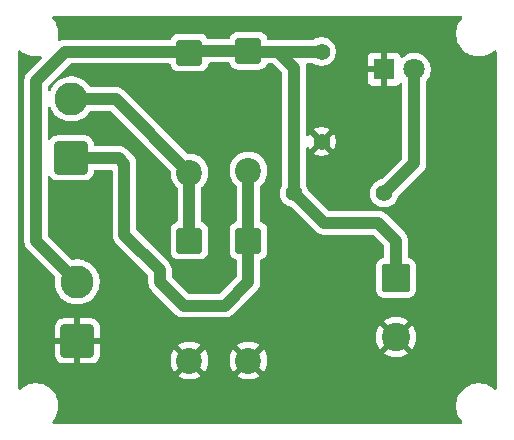
<source format=gbr>
%TF.GenerationSoftware,KiCad,Pcbnew,9.0.7*%
%TF.CreationDate,2026-02-22T20:56:26+05:30*%
%TF.ProjectId,555_timer,3535355f-7469-46d6-9572-2e6b69636164,rev?*%
%TF.SameCoordinates,Original*%
%TF.FileFunction,Copper,L2,Bot*%
%TF.FilePolarity,Positive*%
%FSLAX46Y46*%
G04 Gerber Fmt 4.6, Leading zero omitted, Abs format (unit mm)*
G04 Created by KiCad (PCBNEW 9.0.7) date 2026-02-22 20:56:26*
%MOMM*%
%LPD*%
G01*
G04 APERTURE LIST*
G04 Aperture macros list*
%AMRoundRect*
0 Rectangle with rounded corners*
0 $1 Rounding radius*
0 $2 $3 $4 $5 $6 $7 $8 $9 X,Y pos of 4 corners*
0 Add a 4 corners polygon primitive as box body*
4,1,4,$2,$3,$4,$5,$6,$7,$8,$9,$2,$3,0*
0 Add four circle primitives for the rounded corners*
1,1,$1+$1,$2,$3*
1,1,$1+$1,$4,$5*
1,1,$1+$1,$6,$7*
1,1,$1+$1,$8,$9*
0 Add four rect primitives between the rounded corners*
20,1,$1+$1,$2,$3,$4,$5,0*
20,1,$1+$1,$4,$5,$6,$7,0*
20,1,$1+$1,$6,$7,$8,$9,0*
20,1,$1+$1,$8,$9,$2,$3,0*%
G04 Aperture macros list end*
%TA.AperFunction,ComponentPad*%
%ADD10RoundRect,0.249999X-0.850001X0.850001X-0.850001X-0.850001X0.850001X-0.850001X0.850001X0.850001X0*%
%TD*%
%TA.AperFunction,ComponentPad*%
%ADD11C,2.200000*%
%TD*%
%TA.AperFunction,ComponentPad*%
%ADD12R,1.800000X1.800000*%
%TD*%
%TA.AperFunction,ComponentPad*%
%ADD13C,1.800000*%
%TD*%
%TA.AperFunction,ComponentPad*%
%ADD14RoundRect,0.250001X1.149999X-1.149999X1.149999X1.149999X-1.149999X1.149999X-1.149999X-1.149999X0*%
%TD*%
%TA.AperFunction,ComponentPad*%
%ADD15C,2.800000*%
%TD*%
%TA.AperFunction,ComponentPad*%
%ADD16C,1.400000*%
%TD*%
%TA.AperFunction,ComponentPad*%
%ADD17RoundRect,0.250001X-0.949999X0.949999X-0.949999X-0.949999X0.949999X-0.949999X0.949999X0.949999X0*%
%TD*%
%TA.AperFunction,ComponentPad*%
%ADD18C,2.400000*%
%TD*%
%TA.AperFunction,Conductor*%
%ADD19C,1.000000*%
%TD*%
G04 APERTURE END LIST*
D10*
%TO.P,D3,1,K*%
%TO.N,Net-(D1-K)*%
X141500000Y-79420000D03*
D11*
%TO.P,D3,2,A*%
%TO.N,Net-(D3-A)*%
X141500000Y-89580000D03*
%TD*%
D12*
%TO.P,D5,1,K*%
%TO.N,GND*%
X153000000Y-81000000D03*
D13*
%TO.P,D5,2,A*%
%TO.N,Net-(D5-A)*%
X155540000Y-81000000D03*
%TD*%
D10*
%TO.P,D1,1,K*%
%TO.N,Net-(D1-K)*%
X136500000Y-79580000D03*
D11*
%TO.P,D1,2,A*%
%TO.N,Net-(D1-A)*%
X136500000Y-89740000D03*
%TD*%
D10*
%TO.P,D4,1,K*%
%TO.N,Net-(D3-A)*%
X141500000Y-95500000D03*
D11*
%TO.P,D4,2,A*%
%TO.N,GND*%
X141500000Y-105660000D03*
%TD*%
D10*
%TO.P,D2,1,K*%
%TO.N,Net-(D1-A)*%
X136500000Y-95500000D03*
D11*
%TO.P,D2,2,A*%
%TO.N,GND*%
X136500000Y-105660000D03*
%TD*%
D14*
%TO.P,J2,1,Pin_1*%
%TO.N,GND*%
X127000000Y-104000000D03*
D15*
%TO.P,J2,2,Pin_2*%
%TO.N,Net-(D1-K)*%
X127000000Y-99000000D03*
%TD*%
D16*
%TO.P,R1,1*%
%TO.N,Net-(D1-K)*%
X147690000Y-79500000D03*
%TO.P,R1,2*%
%TO.N,GND*%
X147690000Y-87120000D03*
%TD*%
D14*
%TO.P,J1,1,Pin_1*%
%TO.N,Net-(D3-A)*%
X126500000Y-88500000D03*
D15*
%TO.P,J1,2,Pin_2*%
%TO.N,Net-(D1-A)*%
X126500000Y-83500000D03*
%TD*%
D17*
%TO.P,C1,1*%
%TO.N,Net-(D1-K)*%
X154000000Y-98684785D03*
D18*
%TO.P,C1,2*%
%TO.N,GND*%
X154000000Y-103684785D03*
%TD*%
D16*
%TO.P,R2,1*%
%TO.N,Net-(D1-K)*%
X145380000Y-91500000D03*
%TO.P,R2,2*%
%TO.N,Net-(D5-A)*%
X153000000Y-91500000D03*
%TD*%
D19*
%TO.N,Net-(D1-K)*%
X126000000Y-79500000D02*
X136500000Y-79500000D01*
X136660000Y-79420000D02*
X136500000Y-79580000D01*
X127000000Y-99000000D02*
X123500000Y-95500000D01*
X154000000Y-98684785D02*
X154000000Y-95500000D01*
X123500000Y-95500000D02*
X123500000Y-82000000D01*
X123500000Y-82000000D02*
X126000000Y-79500000D01*
X145380000Y-91500000D02*
X145380000Y-80880000D01*
X154000000Y-95500000D02*
X152500000Y-94000000D01*
X141340000Y-79580000D02*
X141500000Y-79420000D01*
X145380000Y-80880000D02*
X144000000Y-79500000D01*
X147690000Y-79500000D02*
X144000000Y-79500000D01*
X141500000Y-79420000D02*
X136660000Y-79420000D01*
X147880000Y-94000000D02*
X145380000Y-91500000D01*
X144000000Y-79500000D02*
X141580000Y-79500000D01*
X141580000Y-79500000D02*
X141500000Y-79420000D01*
X152500000Y-94000000D02*
X147880000Y-94000000D01*
%TO.N,Net-(D1-A)*%
X136500000Y-89740000D02*
X136500000Y-95500000D01*
X130260000Y-83500000D02*
X136500000Y-89740000D01*
X126500000Y-83500000D02*
X130260000Y-83500000D01*
%TO.N,Net-(D3-A)*%
X130500000Y-88500000D02*
X131000000Y-89000000D01*
X131000000Y-89000000D02*
X131000000Y-95000000D01*
X141500000Y-89580000D02*
X141500000Y-95500000D01*
X139500000Y-101000000D02*
X141500000Y-99000000D01*
X126500000Y-88500000D02*
X130500000Y-88500000D01*
X134000000Y-98000000D02*
X134000000Y-99000000D01*
X131000000Y-95000000D02*
X134000000Y-98000000D01*
X141500000Y-99000000D02*
X141500000Y-95500000D01*
X134000000Y-99000000D02*
X136000000Y-101000000D01*
X136000000Y-101000000D02*
X139500000Y-101000000D01*
%TO.N,Net-(D5-A)*%
X155540000Y-81000000D02*
X155540000Y-88960000D01*
X155540000Y-88960000D02*
X153000000Y-91500000D01*
%TD*%
%TA.AperFunction,Conductor*%
%TO.N,GND*%
G36*
X159559362Y-76520185D02*
G01*
X159605117Y-76572989D01*
X159615061Y-76642147D01*
X159586036Y-76705703D01*
X159580004Y-76712181D01*
X159557357Y-76734827D01*
X159557351Y-76734834D01*
X159404561Y-76933955D01*
X159279064Y-77151319D01*
X159279059Y-77151330D01*
X159183011Y-77383210D01*
X159118047Y-77625659D01*
X159085286Y-77874495D01*
X159085286Y-78125504D01*
X159116238Y-78360597D01*
X159118048Y-78374344D01*
X159143005Y-78467484D01*
X159183011Y-78616789D01*
X159279059Y-78848669D01*
X159279064Y-78848680D01*
X159300190Y-78885270D01*
X159404558Y-79066040D01*
X159404560Y-79066043D01*
X159404561Y-79066044D01*
X159557351Y-79265165D01*
X159557357Y-79265172D01*
X159734827Y-79442642D01*
X159734833Y-79442647D01*
X159933960Y-79595442D01*
X160039967Y-79656645D01*
X160151319Y-79720935D01*
X160151324Y-79720937D01*
X160151327Y-79720939D01*
X160296612Y-79781118D01*
X160347472Y-79802185D01*
X160383215Y-79816990D01*
X160625656Y-79881952D01*
X160874503Y-79914714D01*
X160874510Y-79914714D01*
X161125490Y-79914714D01*
X161125497Y-79914714D01*
X161374344Y-79881952D01*
X161616785Y-79816990D01*
X161848673Y-79720939D01*
X162066040Y-79595442D01*
X162265167Y-79442647D01*
X162274447Y-79433367D01*
X162287819Y-79419996D01*
X162349142Y-79386511D01*
X162418834Y-79391495D01*
X162474767Y-79433367D01*
X162499184Y-79498831D01*
X162499500Y-79507677D01*
X162499500Y-107992323D01*
X162479815Y-108059362D01*
X162427011Y-108105117D01*
X162357853Y-108115061D01*
X162294297Y-108086036D01*
X162287819Y-108080004D01*
X162265172Y-108057357D01*
X162265165Y-108057351D01*
X162066044Y-107904561D01*
X162066043Y-107904560D01*
X162066040Y-107904558D01*
X161979377Y-107854523D01*
X161848680Y-107779064D01*
X161848669Y-107779059D01*
X161616789Y-107683011D01*
X161374340Y-107618047D01*
X161125504Y-107585286D01*
X161125497Y-107585286D01*
X160874503Y-107585286D01*
X160874495Y-107585286D01*
X160625659Y-107618047D01*
X160383210Y-107683011D01*
X160151330Y-107779059D01*
X160151319Y-107779064D01*
X159933955Y-107904561D01*
X159734834Y-108057351D01*
X159734827Y-108057357D01*
X159557357Y-108234827D01*
X159557351Y-108234834D01*
X159404561Y-108433955D01*
X159279064Y-108651319D01*
X159279059Y-108651330D01*
X159183011Y-108883210D01*
X159118047Y-109125659D01*
X159085286Y-109374495D01*
X159085286Y-109625504D01*
X159103683Y-109765237D01*
X159118048Y-109874344D01*
X159150529Y-109995564D01*
X159183011Y-110116789D01*
X159279059Y-110348669D01*
X159279064Y-110348680D01*
X159314072Y-110409314D01*
X159404558Y-110566040D01*
X159404560Y-110566043D01*
X159404561Y-110566044D01*
X159557351Y-110765165D01*
X159557357Y-110765172D01*
X159580004Y-110787819D01*
X159613489Y-110849142D01*
X159608505Y-110918834D01*
X159566633Y-110974767D01*
X159501169Y-110999184D01*
X159492323Y-110999500D01*
X125007677Y-110999500D01*
X124940638Y-110979815D01*
X124894883Y-110927011D01*
X124884939Y-110857853D01*
X124913964Y-110794297D01*
X124919996Y-110787819D01*
X124942642Y-110765172D01*
X124942647Y-110765167D01*
X125095442Y-110566040D01*
X125220939Y-110348673D01*
X125316990Y-110116785D01*
X125381952Y-109874344D01*
X125414714Y-109625497D01*
X125414714Y-109374503D01*
X125381952Y-109125656D01*
X125316990Y-108883215D01*
X125220939Y-108651327D01*
X125220937Y-108651324D01*
X125220935Y-108651319D01*
X125176099Y-108573661D01*
X125095442Y-108433960D01*
X124942647Y-108234833D01*
X124942642Y-108234827D01*
X124765172Y-108057357D01*
X124765165Y-108057351D01*
X124566044Y-107904561D01*
X124566043Y-107904560D01*
X124566040Y-107904558D01*
X124479377Y-107854523D01*
X124348680Y-107779064D01*
X124348669Y-107779059D01*
X124116789Y-107683011D01*
X123874340Y-107618047D01*
X123625504Y-107585286D01*
X123625497Y-107585286D01*
X123374503Y-107585286D01*
X123374495Y-107585286D01*
X123125659Y-107618047D01*
X122883210Y-107683011D01*
X122651330Y-107779059D01*
X122651319Y-107779064D01*
X122433955Y-107904561D01*
X122234834Y-108057351D01*
X122234827Y-108057357D01*
X122212181Y-108080004D01*
X122150858Y-108113489D01*
X122081166Y-108108505D01*
X122025233Y-108066633D01*
X122000816Y-108001169D01*
X122000500Y-107992323D01*
X122000500Y-102800014D01*
X125100000Y-102800014D01*
X125100000Y-103750000D01*
X126399999Y-103750000D01*
X126374979Y-103810402D01*
X126350000Y-103935981D01*
X126350000Y-104064019D01*
X126374979Y-104189598D01*
X126399999Y-104250000D01*
X125100000Y-104250000D01*
X125100000Y-105199985D01*
X125110493Y-105302689D01*
X125110494Y-105302696D01*
X125165641Y-105469118D01*
X125165643Y-105469123D01*
X125257684Y-105618344D01*
X125381655Y-105742315D01*
X125530876Y-105834356D01*
X125530881Y-105834358D01*
X125697303Y-105889505D01*
X125697310Y-105889506D01*
X125800014Y-105899999D01*
X125800027Y-105900000D01*
X126750000Y-105900000D01*
X126750000Y-104600001D01*
X126810402Y-104625021D01*
X126935981Y-104650000D01*
X127064019Y-104650000D01*
X127189598Y-104625021D01*
X127250000Y-104600001D01*
X127250000Y-105900000D01*
X128199973Y-105900000D01*
X128199985Y-105899999D01*
X128302689Y-105889506D01*
X128302696Y-105889505D01*
X128469118Y-105834358D01*
X128469123Y-105834356D01*
X128618344Y-105742315D01*
X128742316Y-105618343D01*
X128742319Y-105618339D01*
X128794296Y-105534071D01*
X134900000Y-105534071D01*
X134900000Y-105785928D01*
X134939397Y-106034669D01*
X135017219Y-106274184D01*
X135131557Y-106498583D01*
X135205748Y-106600697D01*
X135205748Y-106600698D01*
X135976212Y-105830234D01*
X135987482Y-105872292D01*
X136059890Y-105997708D01*
X136162292Y-106100110D01*
X136287708Y-106172518D01*
X136329765Y-106183787D01*
X135559300Y-106954250D01*
X135661416Y-107028442D01*
X135885815Y-107142780D01*
X136125330Y-107220602D01*
X136374072Y-107260000D01*
X136625928Y-107260000D01*
X136874669Y-107220602D01*
X137114184Y-107142780D01*
X137338575Y-107028446D01*
X137338581Y-107028442D01*
X137440697Y-106954250D01*
X137440698Y-106954250D01*
X136670234Y-106183787D01*
X136712292Y-106172518D01*
X136837708Y-106100110D01*
X136940110Y-105997708D01*
X137012518Y-105872292D01*
X137023787Y-105830235D01*
X137794250Y-106600698D01*
X137794250Y-106600697D01*
X137868442Y-106498581D01*
X137868446Y-106498575D01*
X137982780Y-106274184D01*
X138060602Y-106034669D01*
X138100000Y-105785928D01*
X138100000Y-105534071D01*
X139900000Y-105534071D01*
X139900000Y-105785928D01*
X139939397Y-106034669D01*
X140017219Y-106274184D01*
X140131557Y-106498583D01*
X140205748Y-106600697D01*
X140205748Y-106600698D01*
X140976212Y-105830234D01*
X140987482Y-105872292D01*
X141059890Y-105997708D01*
X141162292Y-106100110D01*
X141287708Y-106172518D01*
X141329765Y-106183787D01*
X140559300Y-106954250D01*
X140661416Y-107028442D01*
X140885815Y-107142780D01*
X141125330Y-107220602D01*
X141374072Y-107260000D01*
X141625928Y-107260000D01*
X141874669Y-107220602D01*
X142114184Y-107142780D01*
X142338575Y-107028446D01*
X142338581Y-107028442D01*
X142440697Y-106954250D01*
X142440698Y-106954250D01*
X141670234Y-106183787D01*
X141712292Y-106172518D01*
X141837708Y-106100110D01*
X141940110Y-105997708D01*
X142012518Y-105872292D01*
X142023787Y-105830234D01*
X142794250Y-106600698D01*
X142794250Y-106600697D01*
X142868442Y-106498581D01*
X142868446Y-106498575D01*
X142982780Y-106274184D01*
X143060602Y-106034669D01*
X143100000Y-105785928D01*
X143100000Y-105534071D01*
X143060602Y-105285330D01*
X142982780Y-105045815D01*
X142868442Y-104821416D01*
X142794250Y-104719301D01*
X142794250Y-104719300D01*
X142023787Y-105489764D01*
X142012518Y-105447708D01*
X141940110Y-105322292D01*
X141837708Y-105219890D01*
X141712292Y-105147482D01*
X141670232Y-105136212D01*
X142440698Y-104365748D01*
X142338583Y-104291557D01*
X142114184Y-104177219D01*
X141874669Y-104099397D01*
X141625928Y-104060000D01*
X141374072Y-104060000D01*
X141125330Y-104099397D01*
X140885815Y-104177219D01*
X140661413Y-104291559D01*
X140559301Y-104365747D01*
X140559300Y-104365748D01*
X141329765Y-105136212D01*
X141287708Y-105147482D01*
X141162292Y-105219890D01*
X141059890Y-105322292D01*
X140987482Y-105447708D01*
X140976212Y-105489765D01*
X140205748Y-104719300D01*
X140205747Y-104719301D01*
X140131559Y-104821413D01*
X140017219Y-105045815D01*
X139939397Y-105285330D01*
X139900000Y-105534071D01*
X138100000Y-105534071D01*
X138060602Y-105285330D01*
X137982780Y-105045815D01*
X137868442Y-104821416D01*
X137794250Y-104719301D01*
X137794250Y-104719300D01*
X137023787Y-105489764D01*
X137012518Y-105447708D01*
X136940110Y-105322292D01*
X136837708Y-105219890D01*
X136712292Y-105147482D01*
X136670232Y-105136212D01*
X137440698Y-104365748D01*
X137338583Y-104291557D01*
X137114184Y-104177219D01*
X136874669Y-104099397D01*
X136625928Y-104060000D01*
X136374072Y-104060000D01*
X136125330Y-104099397D01*
X135885815Y-104177219D01*
X135661413Y-104291559D01*
X135559301Y-104365747D01*
X135559300Y-104365748D01*
X136329765Y-105136212D01*
X136287708Y-105147482D01*
X136162292Y-105219890D01*
X136059890Y-105322292D01*
X135987482Y-105447708D01*
X135976212Y-105489765D01*
X135205748Y-104719300D01*
X135205747Y-104719301D01*
X135131559Y-104821413D01*
X135017219Y-105045815D01*
X134939397Y-105285330D01*
X134900000Y-105534071D01*
X128794296Y-105534071D01*
X128834351Y-105469132D01*
X128834358Y-105469118D01*
X128889505Y-105302696D01*
X128889506Y-105302689D01*
X128899999Y-105199985D01*
X128900000Y-105199972D01*
X128900000Y-104250000D01*
X127600001Y-104250000D01*
X127625021Y-104189598D01*
X127650000Y-104064019D01*
X127650000Y-103935981D01*
X127625021Y-103810402D01*
X127600001Y-103750000D01*
X128900000Y-103750000D01*
X128900000Y-103573360D01*
X152300000Y-103573360D01*
X152300000Y-103796209D01*
X152329085Y-104017139D01*
X152329088Y-104017152D01*
X152386763Y-104232403D01*
X152472045Y-104438287D01*
X152472054Y-104438305D01*
X152583464Y-104631276D01*
X152583473Y-104631289D01*
X152634040Y-104697188D01*
X152634043Y-104697188D01*
X153435387Y-103895844D01*
X153440889Y-103916376D01*
X153519881Y-104053193D01*
X153631592Y-104164904D01*
X153768409Y-104243896D01*
X153788940Y-104249397D01*
X152987595Y-105050740D01*
X152987595Y-105050741D01*
X153053507Y-105101318D01*
X153246485Y-105212734D01*
X153246497Y-105212739D01*
X153452381Y-105298021D01*
X153667632Y-105355696D01*
X153667645Y-105355699D01*
X153888575Y-105384785D01*
X154111425Y-105384785D01*
X154332354Y-105355699D01*
X154332367Y-105355696D01*
X154547618Y-105298021D01*
X154753502Y-105212739D01*
X154753514Y-105212734D01*
X154946498Y-105101315D01*
X155012403Y-105050742D01*
X155012404Y-105050741D01*
X154211059Y-104249397D01*
X154231591Y-104243896D01*
X154368408Y-104164904D01*
X154480119Y-104053193D01*
X154559111Y-103916376D01*
X154564612Y-103895845D01*
X155365956Y-104697189D01*
X155365957Y-104697188D01*
X155416530Y-104631283D01*
X155527949Y-104438299D01*
X155527954Y-104438287D01*
X155613236Y-104232403D01*
X155670911Y-104017152D01*
X155670914Y-104017139D01*
X155700000Y-103796209D01*
X155700000Y-103573360D01*
X155670914Y-103352430D01*
X155670911Y-103352417D01*
X155613236Y-103137166D01*
X155527954Y-102931282D01*
X155527949Y-102931270D01*
X155416533Y-102738292D01*
X155365956Y-102672380D01*
X155365955Y-102672380D01*
X154564612Y-103473724D01*
X154559111Y-103453194D01*
X154480119Y-103316377D01*
X154368408Y-103204666D01*
X154231591Y-103125674D01*
X154211058Y-103120172D01*
X155012403Y-102318828D01*
X155012403Y-102318825D01*
X154946504Y-102268258D01*
X154946491Y-102268249D01*
X154753520Y-102156839D01*
X154753502Y-102156830D01*
X154547618Y-102071548D01*
X154332367Y-102013873D01*
X154332354Y-102013870D01*
X154111425Y-101984785D01*
X153888575Y-101984785D01*
X153667645Y-102013870D01*
X153667632Y-102013873D01*
X153452381Y-102071548D01*
X153246497Y-102156830D01*
X153246479Y-102156839D01*
X153053511Y-102268247D01*
X152987595Y-102318827D01*
X153788941Y-103120172D01*
X153768409Y-103125674D01*
X153631592Y-103204666D01*
X153519881Y-103316377D01*
X153440889Y-103453194D01*
X153435387Y-103473725D01*
X152634042Y-102672380D01*
X152583462Y-102738296D01*
X152472054Y-102931264D01*
X152472045Y-102931282D01*
X152386763Y-103137166D01*
X152329088Y-103352417D01*
X152329085Y-103352430D01*
X152300000Y-103573360D01*
X128900000Y-103573360D01*
X128900000Y-102800027D01*
X128899999Y-102800014D01*
X128889506Y-102697310D01*
X128889505Y-102697303D01*
X128834358Y-102530881D01*
X128834353Y-102530870D01*
X128773293Y-102431877D01*
X128773292Y-102431876D01*
X128742317Y-102381657D01*
X128618344Y-102257684D01*
X128469123Y-102165643D01*
X128469118Y-102165641D01*
X128302696Y-102110494D01*
X128302689Y-102110493D01*
X128199985Y-102100000D01*
X127250000Y-102100000D01*
X127250000Y-103399998D01*
X127189598Y-103374979D01*
X127064019Y-103350000D01*
X126935981Y-103350000D01*
X126810402Y-103374979D01*
X126750000Y-103399998D01*
X126750000Y-102100000D01*
X125800014Y-102100000D01*
X125697310Y-102110493D01*
X125697303Y-102110494D01*
X125530881Y-102165641D01*
X125530876Y-102165643D01*
X125381655Y-102257684D01*
X125257684Y-102381655D01*
X125165643Y-102530876D01*
X125165641Y-102530881D01*
X125110494Y-102697303D01*
X125110493Y-102697310D01*
X125100000Y-102800014D01*
X122000500Y-102800014D01*
X122000500Y-79507677D01*
X122020185Y-79440638D01*
X122072989Y-79394883D01*
X122142147Y-79384939D01*
X122205703Y-79413964D01*
X122212181Y-79419996D01*
X122234827Y-79442642D01*
X122234833Y-79442647D01*
X122433960Y-79595442D01*
X122539967Y-79656645D01*
X122651319Y-79720935D01*
X122651324Y-79720937D01*
X122651327Y-79720939D01*
X122796612Y-79781118D01*
X122847472Y-79802185D01*
X122883215Y-79816990D01*
X123125656Y-79881952D01*
X123374503Y-79914714D01*
X123374510Y-79914714D01*
X123625490Y-79914714D01*
X123625497Y-79914714D01*
X123874344Y-79881952D01*
X123876459Y-79881385D01*
X123877115Y-79881400D01*
X123878325Y-79881160D01*
X123878378Y-79881430D01*
X123946309Y-79883044D01*
X124004173Y-79922204D01*
X124031680Y-79986431D01*
X124020097Y-80055334D01*
X123996239Y-80088839D01*
X123414139Y-80670940D01*
X122862221Y-81222858D01*
X122862218Y-81222861D01*
X122826978Y-81258101D01*
X122722859Y-81362219D01*
X122613371Y-81526080D01*
X122613364Y-81526093D01*
X122580305Y-81605908D01*
X122580305Y-81605909D01*
X122542783Y-81696492D01*
X122542784Y-81696493D01*
X122537948Y-81708168D01*
X122537946Y-81708173D01*
X122499500Y-81901454D01*
X122499500Y-81901459D01*
X122499500Y-95598541D01*
X122499500Y-95598543D01*
X122499499Y-95598543D01*
X122537947Y-95791829D01*
X122537950Y-95791839D01*
X122613364Y-95973907D01*
X122613371Y-95973920D01*
X122722859Y-96137780D01*
X122722860Y-96137781D01*
X122722861Y-96137782D01*
X122862218Y-96277139D01*
X122862219Y-96277139D01*
X122869286Y-96284206D01*
X122869285Y-96284206D01*
X122869289Y-96284209D01*
X125098672Y-98513592D01*
X125132157Y-98574915D01*
X125132611Y-98625450D01*
X125132019Y-98628427D01*
X125132018Y-98628435D01*
X125099500Y-98875435D01*
X125099500Y-99124565D01*
X125099500Y-99124570D01*
X125099501Y-99124575D01*
X125132017Y-99371561D01*
X125196498Y-99612207D01*
X125291830Y-99842361D01*
X125291837Y-99842376D01*
X125416400Y-100058126D01*
X125568060Y-100255774D01*
X125568066Y-100255781D01*
X125744218Y-100431933D01*
X125744225Y-100431939D01*
X125941873Y-100583599D01*
X126157623Y-100708162D01*
X126157638Y-100708169D01*
X126256825Y-100749253D01*
X126387793Y-100803502D01*
X126628435Y-100867982D01*
X126875435Y-100900500D01*
X126875442Y-100900500D01*
X127124558Y-100900500D01*
X127124565Y-100900500D01*
X127371565Y-100867982D01*
X127612207Y-100803502D01*
X127842373Y-100708164D01*
X128058127Y-100583599D01*
X128255776Y-100431938D01*
X128431938Y-100255776D01*
X128583599Y-100058127D01*
X128708164Y-99842373D01*
X128803502Y-99612207D01*
X128867982Y-99371565D01*
X128900500Y-99124565D01*
X128900500Y-98875435D01*
X128867982Y-98628435D01*
X128803502Y-98387793D01*
X128708164Y-98157627D01*
X128583599Y-97941873D01*
X128552586Y-97901456D01*
X128431939Y-97744225D01*
X128431933Y-97744218D01*
X128255781Y-97568066D01*
X128255774Y-97568060D01*
X128058126Y-97416400D01*
X127842376Y-97291837D01*
X127842361Y-97291830D01*
X127612207Y-97196498D01*
X127551759Y-97180301D01*
X127371565Y-97132018D01*
X127371564Y-97132017D01*
X127371561Y-97132017D01*
X127124575Y-97099501D01*
X127124570Y-97099500D01*
X127124565Y-97099500D01*
X126875435Y-97099500D01*
X126875429Y-97099500D01*
X126875424Y-97099501D01*
X126628427Y-97132019D01*
X126625450Y-97132611D01*
X126624546Y-97132530D01*
X126624410Y-97132548D01*
X126624405Y-97132517D01*
X126555859Y-97126376D01*
X126513592Y-97098672D01*
X124536819Y-95121898D01*
X124503334Y-95060575D01*
X124500500Y-95034217D01*
X124500500Y-90139572D01*
X124520185Y-90072533D01*
X124572989Y-90026778D01*
X124642147Y-90016834D01*
X124705703Y-90045859D01*
X124730036Y-90074471D01*
X124754902Y-90114785D01*
X124757290Y-90118656D01*
X124881344Y-90242710D01*
X124881348Y-90242713D01*
X125030662Y-90334812D01*
X125030664Y-90334813D01*
X125030666Y-90334814D01*
X125197203Y-90389999D01*
X125299992Y-90400500D01*
X125299997Y-90400500D01*
X127700003Y-90400500D01*
X127700008Y-90400500D01*
X127802797Y-90389999D01*
X127969334Y-90334814D01*
X128118655Y-90242711D01*
X128242711Y-90118655D01*
X128334814Y-89969334D01*
X128389999Y-89802797D01*
X128400500Y-89700008D01*
X128400500Y-89624500D01*
X128420185Y-89557461D01*
X128472989Y-89511706D01*
X128524500Y-89500500D01*
X129875500Y-89500500D01*
X129942539Y-89520185D01*
X129988294Y-89572989D01*
X129999500Y-89624500D01*
X129999500Y-95098541D01*
X129999500Y-95098543D01*
X129999499Y-95098543D01*
X130037947Y-95291829D01*
X130037950Y-95291839D01*
X130113364Y-95473907D01*
X130113371Y-95473920D01*
X130222859Y-95637780D01*
X130222860Y-95637781D01*
X130222861Y-95637782D01*
X130362218Y-95777139D01*
X130362219Y-95777139D01*
X130369286Y-95784206D01*
X130369285Y-95784206D01*
X130369289Y-95784209D01*
X132963181Y-98378101D01*
X132996666Y-98439424D01*
X132999500Y-98465782D01*
X132999500Y-99098540D01*
X133004677Y-99124563D01*
X133004677Y-99124567D01*
X133037947Y-99291829D01*
X133037948Y-99291834D01*
X133037949Y-99291836D01*
X133060038Y-99345165D01*
X133070972Y-99371561D01*
X133113366Y-99473911D01*
X133113371Y-99473920D01*
X133222860Y-99637781D01*
X133222863Y-99637785D01*
X133366537Y-99781459D01*
X133366559Y-99781479D01*
X135219735Y-101634655D01*
X135219764Y-101634686D01*
X135362214Y-101777136D01*
X135362218Y-101777139D01*
X135526079Y-101886628D01*
X135526092Y-101886635D01*
X135654833Y-101939961D01*
X135697744Y-101957735D01*
X135708164Y-101962051D01*
X135804812Y-101981275D01*
X135853135Y-101990887D01*
X135901458Y-102000500D01*
X135901459Y-102000500D01*
X139598542Y-102000500D01*
X139629566Y-101994328D01*
X139695188Y-101981275D01*
X139791836Y-101962051D01*
X139845165Y-101939961D01*
X139973914Y-101886632D01*
X140137782Y-101777139D01*
X140277139Y-101637782D01*
X140277140Y-101637779D01*
X140284206Y-101630714D01*
X140284209Y-101630710D01*
X142137778Y-99777141D01*
X142137782Y-99777139D01*
X142277139Y-99637782D01*
X142386632Y-99473914D01*
X142439961Y-99345165D01*
X142462051Y-99291836D01*
X142495323Y-99124565D01*
X142500500Y-99098541D01*
X142500500Y-97180301D01*
X142520185Y-97113262D01*
X142572989Y-97067507D01*
X142585487Y-97062598D01*
X142669335Y-97034814D01*
X142818656Y-96942712D01*
X142942712Y-96818656D01*
X143034814Y-96669335D01*
X143089999Y-96502798D01*
X143100500Y-96400010D01*
X143100500Y-94599990D01*
X143089999Y-94497202D01*
X143034814Y-94330665D01*
X142942712Y-94181344D01*
X142818656Y-94057288D01*
X142669335Y-93965186D01*
X142585495Y-93937404D01*
X142528050Y-93897631D01*
X142501228Y-93833114D01*
X142500500Y-93819698D01*
X142500500Y-90893962D01*
X142520185Y-90826923D01*
X142539623Y-90804650D01*
X142539211Y-90804238D01*
X142625525Y-90717924D01*
X142720793Y-90622656D01*
X142868870Y-90418845D01*
X142983241Y-90194379D01*
X143061090Y-89954785D01*
X143100500Y-89705962D01*
X143100500Y-89454038D01*
X143061090Y-89205215D01*
X142983241Y-88965621D01*
X142983239Y-88965618D01*
X142983239Y-88965616D01*
X142930168Y-88861460D01*
X142868870Y-88741155D01*
X142801957Y-88649057D01*
X142720798Y-88537350D01*
X142720794Y-88537345D01*
X142542654Y-88359205D01*
X142542649Y-88359201D01*
X142338848Y-88211132D01*
X142338847Y-88211131D01*
X142338845Y-88211130D01*
X142268747Y-88175413D01*
X142114383Y-88096760D01*
X141874785Y-88018910D01*
X141625962Y-87979500D01*
X141374038Y-87979500D01*
X141249626Y-87999205D01*
X141125214Y-88018910D01*
X140885616Y-88096760D01*
X140661151Y-88211132D01*
X140457350Y-88359201D01*
X140457345Y-88359205D01*
X140279205Y-88537345D01*
X140279201Y-88537350D01*
X140131132Y-88741151D01*
X140016760Y-88965616D01*
X139938910Y-89205214D01*
X139899500Y-89454038D01*
X139899500Y-89705961D01*
X139938910Y-89954785D01*
X140016760Y-90194383D01*
X140041385Y-90242711D01*
X140121782Y-90400499D01*
X140131132Y-90418848D01*
X140279201Y-90622649D01*
X140279205Y-90622654D01*
X140460789Y-90804238D01*
X140459714Y-90805312D01*
X140494225Y-90858180D01*
X140499500Y-90893962D01*
X140499500Y-93819698D01*
X140479815Y-93886737D01*
X140427011Y-93932492D01*
X140414505Y-93937404D01*
X140330665Y-93965186D01*
X140330662Y-93965187D01*
X140181342Y-94057289D01*
X140057289Y-94181342D01*
X139965187Y-94330662D01*
X139965186Y-94330665D01*
X139910001Y-94497202D01*
X139910001Y-94497203D01*
X139910000Y-94497203D01*
X139899500Y-94599982D01*
X139899500Y-96400017D01*
X139910000Y-96502796D01*
X139910001Y-96502798D01*
X139965186Y-96669335D01*
X140057288Y-96818656D01*
X140181344Y-96942712D01*
X140330665Y-97034814D01*
X140414505Y-97062596D01*
X140471949Y-97102368D01*
X140498772Y-97166883D01*
X140499500Y-97180301D01*
X140499500Y-98534218D01*
X140479815Y-98601257D01*
X140463181Y-98621899D01*
X139121899Y-99963181D01*
X139060576Y-99996666D01*
X139034218Y-99999500D01*
X136465782Y-99999500D01*
X136398743Y-99979815D01*
X136378101Y-99963181D01*
X135036819Y-98621899D01*
X135003334Y-98560576D01*
X135000500Y-98534218D01*
X135000500Y-97901456D01*
X134984862Y-97822841D01*
X134969224Y-97744224D01*
X134962052Y-97708165D01*
X134886632Y-97526086D01*
X134886631Y-97526085D01*
X134886628Y-97526079D01*
X134777140Y-97362219D01*
X134777137Y-97362215D01*
X132036819Y-94621897D01*
X132003334Y-94560574D01*
X132000500Y-94534216D01*
X132000500Y-88901456D01*
X131968284Y-88739501D01*
X131968284Y-88739500D01*
X131962051Y-88708164D01*
X131937569Y-88649059D01*
X131886632Y-88526086D01*
X131886631Y-88526085D01*
X131886628Y-88526079D01*
X131777139Y-88362218D01*
X131777136Y-88362214D01*
X131634686Y-88219764D01*
X131634655Y-88219735D01*
X131281479Y-87866559D01*
X131281459Y-87866537D01*
X131137785Y-87722863D01*
X131137781Y-87722860D01*
X130973920Y-87613371D01*
X130973911Y-87613366D01*
X130852382Y-87563027D01*
X130852379Y-87563026D01*
X130845165Y-87560038D01*
X130791836Y-87537949D01*
X130681511Y-87516004D01*
X130677233Y-87515153D01*
X130677222Y-87515150D01*
X130598543Y-87499500D01*
X130598541Y-87499500D01*
X128524500Y-87499500D01*
X128457461Y-87479815D01*
X128411706Y-87427011D01*
X128400500Y-87375500D01*
X128400500Y-87299997D01*
X128400499Y-87299984D01*
X128389999Y-87197204D01*
X128389999Y-87197203D01*
X128334814Y-87030666D01*
X128288528Y-86955626D01*
X128242713Y-86881348D01*
X128242710Y-86881344D01*
X128118655Y-86757289D01*
X128118651Y-86757286D01*
X127969337Y-86665187D01*
X127969335Y-86665186D01*
X127868162Y-86631661D01*
X127802797Y-86610001D01*
X127802795Y-86610000D01*
X127700015Y-86599500D01*
X127700008Y-86599500D01*
X125299992Y-86599500D01*
X125299984Y-86599500D01*
X125197204Y-86610000D01*
X125197203Y-86610001D01*
X125030664Y-86665186D01*
X125030662Y-86665187D01*
X124881348Y-86757286D01*
X124881344Y-86757289D01*
X124757288Y-86881345D01*
X124730038Y-86925525D01*
X124678090Y-86972249D01*
X124609127Y-86983470D01*
X124545045Y-86955626D01*
X124506190Y-86897557D01*
X124500500Y-86860427D01*
X124500500Y-84262415D01*
X124520185Y-84195376D01*
X124572989Y-84149621D01*
X124642147Y-84139677D01*
X124705703Y-84168702D01*
X124739061Y-84214963D01*
X124791830Y-84342361D01*
X124791837Y-84342376D01*
X124916400Y-84558126D01*
X125068060Y-84755774D01*
X125068066Y-84755781D01*
X125244218Y-84931933D01*
X125244225Y-84931939D01*
X125441873Y-85083599D01*
X125657623Y-85208162D01*
X125657638Y-85208169D01*
X125756825Y-85249253D01*
X125887793Y-85303502D01*
X126128435Y-85367982D01*
X126375435Y-85400500D01*
X126375442Y-85400500D01*
X126624558Y-85400500D01*
X126624565Y-85400500D01*
X126871565Y-85367982D01*
X127112207Y-85303502D01*
X127342373Y-85208164D01*
X127558127Y-85083599D01*
X127755776Y-84931938D01*
X127931938Y-84755776D01*
X128083599Y-84558127D01*
X128083607Y-84558112D01*
X128085276Y-84555616D01*
X128085972Y-84555033D01*
X128086070Y-84554907D01*
X128086098Y-84554928D01*
X128138885Y-84510808D01*
X128188383Y-84500500D01*
X129794218Y-84500500D01*
X129861257Y-84520185D01*
X129881899Y-84536819D01*
X134863427Y-89518348D01*
X134896912Y-89579671D01*
X134898920Y-89609166D01*
X134899500Y-89609166D01*
X134899500Y-89865961D01*
X134938910Y-90114785D01*
X135016760Y-90354383D01*
X135131132Y-90578848D01*
X135279201Y-90782649D01*
X135279205Y-90782654D01*
X135460789Y-90964238D01*
X135459714Y-90965312D01*
X135494225Y-91018180D01*
X135499500Y-91053962D01*
X135499500Y-93819698D01*
X135479815Y-93886737D01*
X135427011Y-93932492D01*
X135414505Y-93937404D01*
X135330665Y-93965186D01*
X135330662Y-93965187D01*
X135181342Y-94057289D01*
X135057289Y-94181342D01*
X134965187Y-94330662D01*
X134965186Y-94330665D01*
X134910001Y-94497202D01*
X134910001Y-94497203D01*
X134910000Y-94497203D01*
X134899500Y-94599982D01*
X134899500Y-96400017D01*
X134910000Y-96502796D01*
X134910001Y-96502798D01*
X134965186Y-96669335D01*
X135057288Y-96818656D01*
X135181344Y-96942712D01*
X135330665Y-97034814D01*
X135497202Y-97089999D01*
X135599990Y-97100500D01*
X135599995Y-97100500D01*
X137400005Y-97100500D01*
X137400010Y-97100500D01*
X137502798Y-97089999D01*
X137669335Y-97034814D01*
X137818656Y-96942712D01*
X137942712Y-96818656D01*
X138034814Y-96669335D01*
X138089999Y-96502798D01*
X138100500Y-96400010D01*
X138100500Y-94599990D01*
X138089999Y-94497202D01*
X138034814Y-94330665D01*
X137942712Y-94181344D01*
X137818656Y-94057288D01*
X137669335Y-93965186D01*
X137585495Y-93937404D01*
X137528050Y-93897631D01*
X137501228Y-93833114D01*
X137500500Y-93819698D01*
X137500500Y-91053962D01*
X137520185Y-90986923D01*
X137539623Y-90964650D01*
X137539211Y-90964238D01*
X137609487Y-90893962D01*
X137720793Y-90782656D01*
X137868870Y-90578845D01*
X137983241Y-90354379D01*
X138061090Y-90114785D01*
X138100500Y-89865962D01*
X138100500Y-89614038D01*
X138061090Y-89365215D01*
X137983241Y-89125621D01*
X137983239Y-89125618D01*
X137983239Y-89125616D01*
X137941747Y-89044184D01*
X137868870Y-88901155D01*
X137840030Y-88861460D01*
X137720798Y-88697350D01*
X137720794Y-88697345D01*
X137542654Y-88519205D01*
X137542649Y-88519201D01*
X137338848Y-88371132D01*
X137338847Y-88371131D01*
X137338845Y-88371130D01*
X137238497Y-88320000D01*
X137114383Y-88256760D01*
X136874785Y-88178910D01*
X136625962Y-88139500D01*
X136374038Y-88139500D01*
X136369166Y-88139500D01*
X136369166Y-88137986D01*
X136307350Y-88124983D01*
X136278348Y-88103427D01*
X131044209Y-82869289D01*
X131044206Y-82869285D01*
X131044206Y-82869286D01*
X131037139Y-82862219D01*
X131037139Y-82862218D01*
X130897782Y-82722861D01*
X130897781Y-82722860D01*
X130897780Y-82722859D01*
X130733920Y-82613371D01*
X130733911Y-82613366D01*
X130612382Y-82563027D01*
X130612379Y-82563026D01*
X130605165Y-82560038D01*
X130551836Y-82537949D01*
X130441511Y-82516004D01*
X130437233Y-82515153D01*
X130437222Y-82515150D01*
X130358543Y-82499500D01*
X130358541Y-82499500D01*
X128188383Y-82499500D01*
X128121344Y-82479815D01*
X128085276Y-82444384D01*
X128083603Y-82441880D01*
X128083599Y-82441873D01*
X128050504Y-82398743D01*
X127931939Y-82244225D01*
X127931933Y-82244218D01*
X127755781Y-82068066D01*
X127755774Y-82068060D01*
X127558126Y-81916400D01*
X127342376Y-81791837D01*
X127342361Y-81791830D01*
X127112207Y-81696498D01*
X126871561Y-81632017D01*
X126624575Y-81599501D01*
X126624570Y-81599500D01*
X126624565Y-81599500D01*
X126375435Y-81599500D01*
X126375429Y-81599500D01*
X126375424Y-81599501D01*
X126128438Y-81632017D01*
X125887792Y-81696498D01*
X125657638Y-81791830D01*
X125657623Y-81791837D01*
X125441873Y-81916400D01*
X125244225Y-82068060D01*
X125244218Y-82068066D01*
X125068066Y-82244218D01*
X125068060Y-82244225D01*
X124916400Y-82441873D01*
X124791837Y-82657623D01*
X124791833Y-82657633D01*
X124739061Y-82785037D01*
X124695220Y-82839440D01*
X124628926Y-82861505D01*
X124561227Y-82844226D01*
X124513616Y-82793089D01*
X124500500Y-82737584D01*
X124500500Y-82465782D01*
X124520185Y-82398743D01*
X124536819Y-82378101D01*
X126378101Y-80536819D01*
X126439424Y-80503334D01*
X126465782Y-80500500D01*
X134793189Y-80500500D01*
X134860228Y-80520185D01*
X134905983Y-80572989D01*
X134910894Y-80585493D01*
X134965186Y-80749335D01*
X135057288Y-80898656D01*
X135181344Y-81022712D01*
X135330665Y-81114814D01*
X135497202Y-81169999D01*
X135599990Y-81180500D01*
X135599995Y-81180500D01*
X137400005Y-81180500D01*
X137400010Y-81180500D01*
X137502798Y-81169999D01*
X137669335Y-81114814D01*
X137818656Y-81022712D01*
X137942712Y-80898656D01*
X138034814Y-80749335D01*
X138089999Y-80582798D01*
X138090378Y-80579095D01*
X138095199Y-80531898D01*
X138121595Y-80467206D01*
X138178776Y-80427054D01*
X138218557Y-80420500D01*
X139819699Y-80420500D01*
X139886738Y-80440185D01*
X139932493Y-80492989D01*
X139937401Y-80505487D01*
X139965186Y-80589335D01*
X140057288Y-80738656D01*
X140181344Y-80862712D01*
X140330665Y-80954814D01*
X140497202Y-81009999D01*
X140599990Y-81020500D01*
X140599995Y-81020500D01*
X142400005Y-81020500D01*
X142400010Y-81020500D01*
X142502798Y-81009999D01*
X142669335Y-80954814D01*
X142818656Y-80862712D01*
X142942712Y-80738656D01*
X143034814Y-80589335D01*
X143036087Y-80585492D01*
X143037671Y-80583203D01*
X143037864Y-80582792D01*
X143037934Y-80582824D01*
X143075861Y-80528049D01*
X143140378Y-80501228D01*
X143153792Y-80500500D01*
X143534218Y-80500500D01*
X143601257Y-80520185D01*
X143621899Y-80536819D01*
X144343181Y-81258101D01*
X144376666Y-81319424D01*
X144379500Y-81345782D01*
X144379500Y-90794366D01*
X144359815Y-90861405D01*
X144355821Y-90867247D01*
X144353242Y-90870796D01*
X144267454Y-91039163D01*
X144209059Y-91218881D01*
X144179500Y-91405513D01*
X144179500Y-91594486D01*
X144209059Y-91781118D01*
X144267454Y-91960836D01*
X144353240Y-92129199D01*
X144464310Y-92282073D01*
X144597927Y-92415690D01*
X144750801Y-92526760D01*
X144830347Y-92567290D01*
X144919163Y-92612545D01*
X144919165Y-92612545D01*
X144919168Y-92612547D01*
X145098882Y-92670940D01*
X145101177Y-92671303D01*
X145103212Y-92671626D01*
X145166348Y-92701554D01*
X145171499Y-92706419D01*
X147099735Y-94634655D01*
X147099764Y-94634686D01*
X147242214Y-94777136D01*
X147242218Y-94777139D01*
X147406079Y-94886628D01*
X147406092Y-94886635D01*
X147534833Y-94939961D01*
X147577744Y-94957735D01*
X147588164Y-94962051D01*
X147684812Y-94981275D01*
X147733135Y-94990887D01*
X147781458Y-95000500D01*
X147781459Y-95000500D01*
X147781460Y-95000500D01*
X147978540Y-95000500D01*
X152034218Y-95000500D01*
X152101257Y-95020185D01*
X152121899Y-95036819D01*
X152963181Y-95878101D01*
X152996666Y-95939424D01*
X152999500Y-95965782D01*
X152999500Y-96872622D01*
X152979815Y-96939661D01*
X152927011Y-96985416D01*
X152901467Y-96993873D01*
X152897204Y-96994785D01*
X152730664Y-97049971D01*
X152730662Y-97049972D01*
X152581348Y-97142071D01*
X152581344Y-97142074D01*
X152457289Y-97266129D01*
X152457286Y-97266133D01*
X152365187Y-97415447D01*
X152365186Y-97415449D01*
X152310001Y-97581988D01*
X152310000Y-97581989D01*
X152299500Y-97684769D01*
X152299500Y-99684800D01*
X152310000Y-99787580D01*
X152310001Y-99787581D01*
X152365186Y-99954120D01*
X152365187Y-99954122D01*
X152457286Y-100103436D01*
X152457289Y-100103440D01*
X152581344Y-100227495D01*
X152581348Y-100227498D01*
X152730662Y-100319597D01*
X152730664Y-100319598D01*
X152730666Y-100319599D01*
X152897203Y-100374784D01*
X152999992Y-100385285D01*
X152999997Y-100385285D01*
X155000003Y-100385285D01*
X155000008Y-100385285D01*
X155102797Y-100374784D01*
X155269334Y-100319599D01*
X155418655Y-100227496D01*
X155542711Y-100103440D01*
X155634814Y-99954119D01*
X155689999Y-99787582D01*
X155700500Y-99684793D01*
X155700500Y-97684777D01*
X155689999Y-97581988D01*
X155634814Y-97415451D01*
X155601977Y-97362215D01*
X155542713Y-97266133D01*
X155542710Y-97266129D01*
X155418655Y-97142074D01*
X155418651Y-97142071D01*
X155269337Y-97049972D01*
X155269335Y-97049971D01*
X155102795Y-96994785D01*
X155098533Y-96993873D01*
X155037102Y-96960586D01*
X155003419Y-96899371D01*
X155000500Y-96872622D01*
X155000500Y-95401456D01*
X154962052Y-95208170D01*
X154962051Y-95208169D01*
X154962051Y-95208165D01*
X154962049Y-95208160D01*
X154886635Y-95026092D01*
X154886628Y-95026079D01*
X154777140Y-94862219D01*
X154777139Y-94862218D01*
X154637782Y-94722861D01*
X154637781Y-94722860D01*
X153284208Y-93369288D01*
X153284206Y-93369285D01*
X153284206Y-93369286D01*
X153277139Y-93362219D01*
X153277139Y-93362218D01*
X153137782Y-93222861D01*
X153137781Y-93222860D01*
X153137780Y-93222859D01*
X152973920Y-93113371D01*
X152973911Y-93113366D01*
X152901315Y-93083296D01*
X152845165Y-93060038D01*
X152791836Y-93037949D01*
X152791832Y-93037948D01*
X152791828Y-93037946D01*
X152695188Y-93018724D01*
X152598544Y-92999500D01*
X152598541Y-92999500D01*
X148345782Y-92999500D01*
X148278743Y-92979815D01*
X148258101Y-92963181D01*
X146586419Y-91291499D01*
X146552934Y-91230176D01*
X146551626Y-91223212D01*
X146550940Y-91218884D01*
X146550940Y-91218882D01*
X146492547Y-91039168D01*
X146492545Y-91039165D01*
X146492545Y-91039163D01*
X146406757Y-90870796D01*
X146404179Y-90867247D01*
X146380702Y-90801439D01*
X146380500Y-90794366D01*
X146380500Y-88127882D01*
X147035669Y-88127882D01*
X147035670Y-88127883D01*
X147061059Y-88146329D01*
X147229362Y-88232085D01*
X147408997Y-88290451D01*
X147595553Y-88320000D01*
X147784447Y-88320000D01*
X147971002Y-88290451D01*
X148150637Y-88232085D01*
X148318937Y-88146331D01*
X148344328Y-88127883D01*
X148344328Y-88127882D01*
X147690001Y-87473554D01*
X147690000Y-87473554D01*
X147035669Y-88127882D01*
X146380500Y-88127882D01*
X146380500Y-87709686D01*
X146400185Y-87642647D01*
X146452989Y-87596892D01*
X146522147Y-87586948D01*
X146585703Y-87615973D01*
X146614985Y-87653391D01*
X146663666Y-87748933D01*
X146682116Y-87774328D01*
X147336446Y-87120000D01*
X147336446Y-87119999D01*
X147290369Y-87073922D01*
X147340000Y-87073922D01*
X147340000Y-87166078D01*
X147363852Y-87255095D01*
X147409930Y-87334905D01*
X147475095Y-87400070D01*
X147554905Y-87446148D01*
X147643922Y-87470000D01*
X147736078Y-87470000D01*
X147825095Y-87446148D01*
X147904905Y-87400070D01*
X147970070Y-87334905D01*
X148016148Y-87255095D01*
X148040000Y-87166078D01*
X148040000Y-87119999D01*
X148043554Y-87119999D01*
X148043554Y-87120000D01*
X148697882Y-87774328D01*
X148697883Y-87774328D01*
X148716331Y-87748937D01*
X148802085Y-87580637D01*
X148860451Y-87401002D01*
X148890000Y-87214447D01*
X148890000Y-87025552D01*
X148860451Y-86838997D01*
X148802085Y-86659362D01*
X148716329Y-86491059D01*
X148697883Y-86465670D01*
X148697882Y-86465669D01*
X148043554Y-87119999D01*
X148040000Y-87119999D01*
X148040000Y-87073922D01*
X148016148Y-86984905D01*
X147970070Y-86905095D01*
X147904905Y-86839930D01*
X147825095Y-86793852D01*
X147736078Y-86770000D01*
X147643922Y-86770000D01*
X147554905Y-86793852D01*
X147475095Y-86839930D01*
X147409930Y-86905095D01*
X147363852Y-86984905D01*
X147340000Y-87073922D01*
X147290369Y-87073922D01*
X146682116Y-86465669D01*
X146682116Y-86465670D01*
X146663668Y-86491063D01*
X146614984Y-86586609D01*
X146567010Y-86637404D01*
X146499188Y-86654199D01*
X146433054Y-86631661D01*
X146389603Y-86576946D01*
X146380500Y-86530313D01*
X146380500Y-86112116D01*
X147035669Y-86112116D01*
X147690000Y-86766446D01*
X147690001Y-86766446D01*
X148344328Y-86112116D01*
X148318933Y-86093666D01*
X148150637Y-86007914D01*
X147971002Y-85949548D01*
X147784447Y-85920000D01*
X147595553Y-85920000D01*
X147408997Y-85949548D01*
X147229362Y-86007914D01*
X147061060Y-86093669D01*
X147035670Y-86112116D01*
X147035669Y-86112116D01*
X146380500Y-86112116D01*
X146380500Y-80781456D01*
X146358737Y-80672051D01*
X146358737Y-80672049D01*
X146354090Y-80648684D01*
X146357493Y-80610680D01*
X146360320Y-80579098D01*
X146360321Y-80579095D01*
X146360322Y-80579093D01*
X146383050Y-80549838D01*
X146403184Y-80523921D01*
X146403186Y-80523920D01*
X146403188Y-80523918D01*
X146451674Y-80506816D01*
X146469074Y-80500678D01*
X146469076Y-80500677D01*
X146469082Y-80500677D01*
X146475709Y-80500500D01*
X146984367Y-80500500D01*
X147051406Y-80520185D01*
X147057254Y-80524183D01*
X147060799Y-80526759D01*
X147229163Y-80612545D01*
X147229165Y-80612545D01*
X147229168Y-80612547D01*
X147313382Y-80639910D01*
X147408881Y-80670940D01*
X147595514Y-80700500D01*
X147595519Y-80700500D01*
X147784486Y-80700500D01*
X147971118Y-80670940D01*
X148039614Y-80648684D01*
X148150832Y-80612547D01*
X148319199Y-80526760D01*
X148472073Y-80415690D01*
X148605690Y-80282073D01*
X148716760Y-80129199D01*
X148756016Y-80052155D01*
X151600000Y-80052155D01*
X151600000Y-80750000D01*
X152624722Y-80750000D01*
X152580667Y-80826306D01*
X152550000Y-80940756D01*
X152550000Y-81059244D01*
X152580667Y-81173694D01*
X152624722Y-81250000D01*
X151600000Y-81250000D01*
X151600000Y-81947844D01*
X151606401Y-82007372D01*
X151606403Y-82007379D01*
X151656645Y-82142086D01*
X151656649Y-82142093D01*
X151742809Y-82257187D01*
X151742812Y-82257190D01*
X151857906Y-82343350D01*
X151857913Y-82343354D01*
X151992620Y-82393596D01*
X151992627Y-82393598D01*
X152052155Y-82399999D01*
X152052172Y-82400000D01*
X152750000Y-82400000D01*
X152750000Y-81375277D01*
X152826306Y-81419333D01*
X152940756Y-81450000D01*
X153059244Y-81450000D01*
X153173694Y-81419333D01*
X153250000Y-81375277D01*
X153250000Y-82400000D01*
X153947828Y-82400000D01*
X153947844Y-82399999D01*
X154007372Y-82393598D01*
X154007379Y-82393596D01*
X154142086Y-82343354D01*
X154142093Y-82343350D01*
X154257187Y-82257190D01*
X154257190Y-82257187D01*
X154316234Y-82178316D01*
X154372167Y-82136445D01*
X154441859Y-82131461D01*
X154503182Y-82164947D01*
X154536666Y-82226270D01*
X154539500Y-82252627D01*
X154539500Y-88494217D01*
X154519815Y-88561256D01*
X154503181Y-88581898D01*
X152791497Y-90293581D01*
X152730174Y-90327066D01*
X152723223Y-90328372D01*
X152718884Y-90329059D01*
X152539165Y-90387454D01*
X152370800Y-90473240D01*
X152283579Y-90536610D01*
X152217927Y-90584310D01*
X152217925Y-90584312D01*
X152217924Y-90584312D01*
X152084312Y-90717924D01*
X152084312Y-90717925D01*
X152084310Y-90717927D01*
X152037286Y-90782649D01*
X151973240Y-90870800D01*
X151887454Y-91039163D01*
X151829059Y-91218881D01*
X151799500Y-91405513D01*
X151799500Y-91594486D01*
X151829059Y-91781118D01*
X151887454Y-91960836D01*
X151973240Y-92129199D01*
X152084310Y-92282073D01*
X152217927Y-92415690D01*
X152370801Y-92526760D01*
X152450347Y-92567290D01*
X152539163Y-92612545D01*
X152539165Y-92612545D01*
X152539168Y-92612547D01*
X152635497Y-92643846D01*
X152718881Y-92670940D01*
X152905514Y-92700500D01*
X152905519Y-92700500D01*
X153094486Y-92700500D01*
X153281118Y-92670940D01*
X153460832Y-92612547D01*
X153629199Y-92526760D01*
X153782073Y-92415690D01*
X153915690Y-92282073D01*
X154026760Y-92129199D01*
X154112547Y-91960832D01*
X154170940Y-91781118D01*
X154171625Y-91776788D01*
X154201551Y-91713653D01*
X154206401Y-91708517D01*
X156317139Y-89597782D01*
X156338234Y-89566211D01*
X156426632Y-89433914D01*
X156502051Y-89251835D01*
X156503928Y-89242402D01*
X156540500Y-89058541D01*
X156540500Y-88861460D01*
X156540500Y-82031469D01*
X156560185Y-81964430D01*
X156576819Y-81943788D01*
X156608242Y-81912365D01*
X156737815Y-81734022D01*
X156837895Y-81537606D01*
X156906015Y-81327951D01*
X156940500Y-81110222D01*
X156940500Y-80889778D01*
X156906015Y-80672049D01*
X156871955Y-80567221D01*
X156837896Y-80462396D01*
X156837895Y-80462393D01*
X156803237Y-80394375D01*
X156737815Y-80265978D01*
X156609117Y-80088839D01*
X156608247Y-80087641D01*
X156608243Y-80087636D01*
X156452363Y-79931756D01*
X156452358Y-79931752D01*
X156274025Y-79802187D01*
X156274024Y-79802186D01*
X156274022Y-79802185D01*
X156211096Y-79770122D01*
X156077606Y-79702104D01*
X156077603Y-79702103D01*
X155867952Y-79633985D01*
X155759086Y-79616742D01*
X155650222Y-79599500D01*
X155429778Y-79599500D01*
X155357201Y-79610995D01*
X155212047Y-79633985D01*
X155002396Y-79702103D01*
X155002393Y-79702104D01*
X154805974Y-79802187D01*
X154627641Y-79931752D01*
X154627636Y-79931756D01*
X154577075Y-79982317D01*
X154515752Y-80015801D01*
X154446060Y-80010816D01*
X154390127Y-79968945D01*
X154373213Y-79937968D01*
X154343354Y-79857913D01*
X154343350Y-79857906D01*
X154257190Y-79742812D01*
X154257187Y-79742809D01*
X154142093Y-79656649D01*
X154142086Y-79656645D01*
X154007379Y-79606403D01*
X154007372Y-79606401D01*
X153947844Y-79600000D01*
X153250000Y-79600000D01*
X153250000Y-80624722D01*
X153173694Y-80580667D01*
X153059244Y-80550000D01*
X152940756Y-80550000D01*
X152826306Y-80580667D01*
X152750000Y-80624722D01*
X152750000Y-79600000D01*
X152052155Y-79600000D01*
X151992627Y-79606401D01*
X151992620Y-79606403D01*
X151857913Y-79656645D01*
X151857906Y-79656649D01*
X151742812Y-79742809D01*
X151742809Y-79742812D01*
X151656649Y-79857906D01*
X151656645Y-79857913D01*
X151606403Y-79992620D01*
X151606401Y-79992627D01*
X151600000Y-80052155D01*
X148756016Y-80052155D01*
X148802547Y-79960832D01*
X148860940Y-79781118D01*
X148867007Y-79742812D01*
X148890500Y-79594486D01*
X148890500Y-79405513D01*
X148860940Y-79218881D01*
X148833846Y-79135497D01*
X148802547Y-79039168D01*
X148802545Y-79039165D01*
X148802545Y-79039163D01*
X148716759Y-78870800D01*
X148700680Y-78848669D01*
X148605690Y-78717927D01*
X148472073Y-78584310D01*
X148319199Y-78473240D01*
X148307902Y-78467484D01*
X148150836Y-78387454D01*
X147971118Y-78329059D01*
X147784486Y-78299500D01*
X147784481Y-78299500D01*
X147595519Y-78299500D01*
X147595514Y-78299500D01*
X147408881Y-78329059D01*
X147229163Y-78387454D01*
X147060799Y-78473240D01*
X147057254Y-78475817D01*
X146991448Y-78499298D01*
X146984367Y-78499500D01*
X143206811Y-78499500D01*
X143139772Y-78479815D01*
X143094017Y-78427011D01*
X143089105Y-78414504D01*
X143086728Y-78407332D01*
X143034814Y-78250665D01*
X142942712Y-78101344D01*
X142818656Y-77977288D01*
X142669335Y-77885186D01*
X142502798Y-77830001D01*
X142502796Y-77830000D01*
X142400017Y-77819500D01*
X142400010Y-77819500D01*
X140599990Y-77819500D01*
X140599982Y-77819500D01*
X140497203Y-77830000D01*
X140497202Y-77830001D01*
X140414669Y-77857349D01*
X140330667Y-77885185D01*
X140330662Y-77885187D01*
X140181342Y-77977289D01*
X140057289Y-78101342D01*
X139965187Y-78250662D01*
X139965186Y-78250665D01*
X139937403Y-78334505D01*
X139897632Y-78391949D01*
X139833117Y-78418772D01*
X139819699Y-78419500D01*
X138109470Y-78419500D01*
X138042431Y-78399815D01*
X138003933Y-78360599D01*
X137942712Y-78261344D01*
X137818656Y-78137288D01*
X137669335Y-78045186D01*
X137502798Y-77990001D01*
X137502796Y-77990000D01*
X137400017Y-77979500D01*
X137400010Y-77979500D01*
X135599990Y-77979500D01*
X135599982Y-77979500D01*
X135497203Y-77990000D01*
X135497202Y-77990001D01*
X135414669Y-78017349D01*
X135330667Y-78045185D01*
X135330662Y-78045187D01*
X135181342Y-78137289D01*
X135057289Y-78261342D01*
X134965187Y-78410662D01*
X134965184Y-78410669D01*
X134963913Y-78414507D01*
X134962328Y-78416796D01*
X134962136Y-78417208D01*
X134962065Y-78417175D01*
X134924139Y-78471951D01*
X134859622Y-78498772D01*
X134846208Y-78499500D01*
X125901455Y-78499500D01*
X125804812Y-78518724D01*
X125708167Y-78537947D01*
X125708161Y-78537949D01*
X125654834Y-78560038D01*
X125524221Y-78614139D01*
X125454752Y-78621608D01*
X125392273Y-78590333D01*
X125356621Y-78530243D01*
X125356993Y-78467488D01*
X125381952Y-78374344D01*
X125414714Y-78125497D01*
X125414714Y-77874503D01*
X125381952Y-77625656D01*
X125316990Y-77383215D01*
X125220939Y-77151327D01*
X125220937Y-77151324D01*
X125220935Y-77151319D01*
X125176099Y-77073661D01*
X125095442Y-76933960D01*
X124942647Y-76734833D01*
X124942642Y-76734827D01*
X124919996Y-76712181D01*
X124886511Y-76650858D01*
X124891495Y-76581166D01*
X124933367Y-76525233D01*
X124998831Y-76500816D01*
X125007677Y-76500500D01*
X159492323Y-76500500D01*
X159559362Y-76520185D01*
G37*
%TD.AperFunction*%
%TD*%
M02*

</source>
